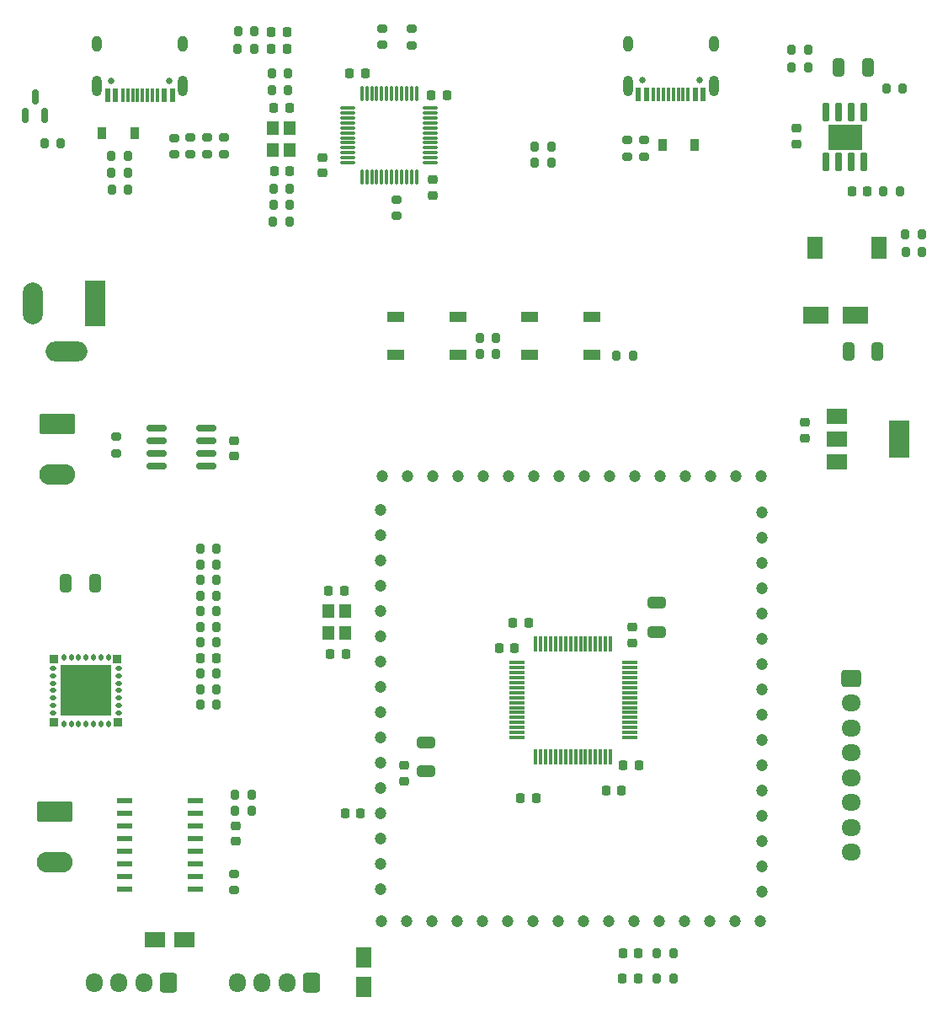
<source format=gts>
G04 #@! TF.GenerationSoftware,KiCad,Pcbnew,(6.0.0)*
G04 #@! TF.CreationDate,2022-08-31T12:15:39-03:00*
G04 #@! TF.ProjectId,PCBMestrado_v1,5043424d-6573-4747-9261-646f5f76312e,rev?*
G04 #@! TF.SameCoordinates,Original*
G04 #@! TF.FileFunction,Soldermask,Top*
G04 #@! TF.FilePolarity,Negative*
%FSLAX46Y46*%
G04 Gerber Fmt 4.6, Leading zero omitted, Abs format (unit mm)*
G04 Created by KiCad (PCBNEW (6.0.0)) date 2022-08-31 12:15:39*
%MOMM*%
%LPD*%
G01*
G04 APERTURE LIST*
G04 Aperture macros list*
%AMRoundRect*
0 Rectangle with rounded corners*
0 $1 Rounding radius*
0 $2 $3 $4 $5 $6 $7 $8 $9 X,Y pos of 4 corners*
0 Add a 4 corners polygon primitive as box body*
4,1,4,$2,$3,$4,$5,$6,$7,$8,$9,$2,$3,0*
0 Add four circle primitives for the rounded corners*
1,1,$1+$1,$2,$3*
1,1,$1+$1,$4,$5*
1,1,$1+$1,$6,$7*
1,1,$1+$1,$8,$9*
0 Add four rect primitives between the rounded corners*
20,1,$1+$1,$2,$3,$4,$5,0*
20,1,$1+$1,$4,$5,$6,$7,0*
20,1,$1+$1,$6,$7,$8,$9,0*
20,1,$1+$1,$8,$9,$2,$3,0*%
%AMFreePoly0*
4,1,6,1.000000,0.000000,0.500000,-0.750000,-0.500000,-0.750000,-0.500000,0.750000,0.500000,0.750000,1.000000,0.000000,1.000000,0.000000,$1*%
G04 Aperture macros list end*
%ADD10RoundRect,0.200000X-0.200000X-0.275000X0.200000X-0.275000X0.200000X0.275000X-0.200000X0.275000X0*%
%ADD11R,1.700000X1.000000*%
%ADD12RoundRect,0.225000X-0.225000X-0.250000X0.225000X-0.250000X0.225000X0.250000X-0.225000X0.250000X0*%
%ADD13RoundRect,0.250000X-0.725000X0.600000X-0.725000X-0.600000X0.725000X-0.600000X0.725000X0.600000X0*%
%ADD14O,1.950000X1.700000*%
%ADD15RoundRect,0.200000X0.275000X-0.200000X0.275000X0.200000X-0.275000X0.200000X-0.275000X-0.200000X0*%
%ADD16RoundRect,0.150000X0.150000X-0.587500X0.150000X0.587500X-0.150000X0.587500X-0.150000X-0.587500X0*%
%ADD17RoundRect,0.225000X-0.225000X-0.225000X0.225000X-0.225000X0.225000X0.225000X-0.225000X0.225000X0*%
%ADD18RoundRect,0.120000X-0.180000X-0.120000X0.180000X-0.120000X0.180000X0.120000X-0.180000X0.120000X0*%
%ADD19RoundRect,0.120000X0.120000X-0.180000X0.120000X0.180000X-0.120000X0.180000X-0.120000X-0.180000X0*%
%ADD20RoundRect,0.225000X0.225000X-0.225000X0.225000X0.225000X-0.225000X0.225000X-0.225000X-0.225000X0*%
%ADD21RoundRect,0.120000X0.180000X0.120000X-0.180000X0.120000X-0.180000X-0.120000X0.180000X-0.120000X0*%
%ADD22RoundRect,0.225000X0.225000X0.225000X-0.225000X0.225000X-0.225000X-0.225000X0.225000X-0.225000X0*%
%ADD23RoundRect,0.120000X-0.120000X0.180000X-0.120000X-0.180000X0.120000X-0.180000X0.120000X0.180000X0*%
%ADD24R,5.200000X5.200000*%
%ADD25C,0.650000*%
%ADD26R,0.600000X1.450000*%
%ADD27R,0.300000X1.450000*%
%ADD28O,1.000000X1.600000*%
%ADD29O,1.000000X2.100000*%
%ADD30RoundRect,0.225000X0.250000X-0.225000X0.250000X0.225000X-0.250000X0.225000X-0.250000X-0.225000X0*%
%ADD31R,1.500000X0.600000*%
%ADD32RoundRect,0.225000X0.225000X0.250000X-0.225000X0.250000X-0.225000X-0.250000X0.225000X-0.250000X0*%
%ADD33RoundRect,0.200000X0.200000X0.275000X-0.200000X0.275000X-0.200000X-0.275000X0.200000X-0.275000X0*%
%ADD34RoundRect,0.200000X-0.275000X0.200000X-0.275000X-0.200000X0.275000X-0.200000X0.275000X0.200000X0*%
%ADD35C,1.200000*%
%ADD36RoundRect,0.075000X-0.700000X-0.075000X0.700000X-0.075000X0.700000X0.075000X-0.700000X0.075000X0*%
%ADD37RoundRect,0.075000X-0.075000X-0.700000X0.075000X-0.700000X0.075000X0.700000X-0.075000X0.700000X0*%
%ADD38R,1.500000X2.200000*%
%ADD39RoundRect,0.225000X-0.250000X0.225000X-0.250000X-0.225000X0.250000X-0.225000X0.250000X0.225000X0*%
%ADD40R,1.500000X1.500000*%
%ADD41FreePoly0,90.000000*%
%ADD42FreePoly0,270.000000*%
%ADD43FreePoly0,0.000000*%
%ADD44FreePoly0,180.000000*%
%ADD45RoundRect,0.218750X0.218750X0.256250X-0.218750X0.256250X-0.218750X-0.256250X0.218750X-0.256250X0*%
%ADD46RoundRect,0.250000X0.600000X0.725000X-0.600000X0.725000X-0.600000X-0.725000X0.600000X-0.725000X0*%
%ADD47O,1.700000X1.950000*%
%ADD48RoundRect,0.150000X0.825000X0.150000X-0.825000X0.150000X-0.825000X-0.150000X0.825000X-0.150000X0*%
%ADD49RoundRect,0.218750X-0.218750X-0.256250X0.218750X-0.256250X0.218750X0.256250X-0.218750X0.256250X0*%
%ADD50RoundRect,0.250000X0.650000X-0.325000X0.650000X0.325000X-0.650000X0.325000X-0.650000X-0.325000X0*%
%ADD51R,0.900000X1.200000*%
%ADD52RoundRect,0.250000X-0.325000X-0.650000X0.325000X-0.650000X0.325000X0.650000X-0.325000X0.650000X0*%
%ADD53RoundRect,0.249999X-1.550001X0.790001X-1.550001X-0.790001X1.550001X-0.790001X1.550001X0.790001X0*%
%ADD54O,3.600000X2.080000*%
%ADD55R,1.200000X1.400000*%
%ADD56RoundRect,0.250000X0.325000X0.650000X-0.325000X0.650000X-0.325000X-0.650000X0.325000X-0.650000X0*%
%ADD57R,2.000000X1.500000*%
%ADD58R,2.000000X3.800000*%
%ADD59R,2.500000X1.800000*%
%ADD60R,2.000000X4.600000*%
%ADD61O,2.000000X4.200000*%
%ADD62O,4.200000X2.000000*%
%ADD63RoundRect,0.075000X-0.662500X-0.075000X0.662500X-0.075000X0.662500X0.075000X-0.662500X0.075000X0*%
%ADD64RoundRect,0.075000X-0.075000X-0.662500X0.075000X-0.662500X0.075000X0.662500X-0.075000X0.662500X0*%
%ADD65RoundRect,0.150000X0.150000X-0.820000X0.150000X0.820000X-0.150000X0.820000X-0.150000X-0.820000X0*%
%ADD66R,3.510000X2.620000*%
G04 APERTURE END LIST*
D10*
X124625600Y-104932480D03*
X126275600Y-104932480D03*
D11*
X164033600Y-81589800D03*
X157733600Y-81589800D03*
X164033600Y-85389800D03*
X157733600Y-85389800D03*
D12*
X132038500Y-60651200D03*
X133588500Y-60651200D03*
D13*
X190119000Y-117914400D03*
D14*
X190119000Y-120414400D03*
X190119000Y-122914400D03*
X190119000Y-125414400D03*
X190119000Y-127914400D03*
X190119000Y-130414400D03*
X190119000Y-132914400D03*
X190119000Y-135414400D03*
D15*
X169291000Y-65518800D03*
X169291000Y-63868800D03*
D16*
X107076200Y-61414900D03*
X108976200Y-61414900D03*
X108026200Y-59539900D03*
D17*
X109956600Y-115948200D03*
D18*
X109806600Y-116905700D03*
X109806600Y-117653200D03*
X109806600Y-118400700D03*
X109806600Y-119148200D03*
X109806600Y-119895700D03*
X109806600Y-120643200D03*
X109806600Y-121390700D03*
D17*
X109956600Y-122348200D03*
D19*
X110914900Y-122504200D03*
X111662400Y-122504200D03*
X112409900Y-122504200D03*
X113157400Y-122504200D03*
X113904900Y-122504200D03*
X114652400Y-122504200D03*
X115399900Y-122504200D03*
D20*
X116357400Y-122351800D03*
D21*
X116431200Y-121390700D03*
X116431200Y-120643200D03*
X116431200Y-119895700D03*
X116431200Y-119148200D03*
X116431200Y-118400700D03*
X116431200Y-117653200D03*
X116431200Y-116905700D03*
D22*
X116281200Y-115951000D03*
D23*
X115399900Y-115798600D03*
X114652400Y-115798600D03*
X113904900Y-115798600D03*
X113157400Y-115798600D03*
X112409900Y-115798600D03*
X111662400Y-115798600D03*
X110914900Y-115798600D03*
D24*
X113131600Y-119151400D03*
D25*
X174848000Y-57843800D03*
X169068000Y-57843800D03*
D26*
X175208000Y-59288800D03*
X174408000Y-59288800D03*
D27*
X173208000Y-59288800D03*
X172208000Y-59288800D03*
X171708000Y-59288800D03*
X170708000Y-59288800D03*
D26*
X169508000Y-59288800D03*
X168708000Y-59288800D03*
X168708000Y-59288800D03*
X169508000Y-59288800D03*
D27*
X170208000Y-59288800D03*
X171208000Y-59288800D03*
X172708000Y-59288800D03*
X173708000Y-59288800D03*
D26*
X174408000Y-59288800D03*
X175208000Y-59288800D03*
D28*
X167638000Y-54193800D03*
D29*
X167638000Y-58373800D03*
D28*
X176278000Y-54193800D03*
D29*
X176278000Y-58373800D03*
D10*
X195567800Y-75107800D03*
X197217800Y-75107800D03*
D30*
X168075800Y-114354800D03*
X168075800Y-112804800D03*
D31*
X117049200Y-130225800D03*
X117049200Y-131495800D03*
X117049200Y-132765800D03*
X117049200Y-134035800D03*
X117049200Y-135305800D03*
X117049200Y-136575800D03*
X117049200Y-137845800D03*
X117049200Y-139115800D03*
X124149200Y-139115800D03*
X124149200Y-137845800D03*
X124149200Y-136575800D03*
X124149200Y-135305800D03*
X124149200Y-134035800D03*
X124149200Y-132765800D03*
X124149200Y-131495800D03*
X124149200Y-130225800D03*
D15*
X125323600Y-65239400D03*
X125323600Y-63589400D03*
D32*
X158411400Y-129986400D03*
X156861400Y-129986400D03*
D33*
X133641600Y-68757800D03*
X131991600Y-68757800D03*
D10*
X131991600Y-70358000D03*
X133641600Y-70358000D03*
D15*
X127000000Y-65264800D03*
X127000000Y-63614800D03*
D34*
X116205000Y-93637600D03*
X116205000Y-95287600D03*
D35*
X142732200Y-101000800D03*
D36*
X156457200Y-116355800D03*
D35*
X142732200Y-103540800D03*
D36*
X156457200Y-116855800D03*
X156457200Y-117355800D03*
D35*
X142732200Y-106080800D03*
D36*
X156457200Y-117855800D03*
D35*
X142732200Y-108620800D03*
D36*
X156457200Y-118355800D03*
D35*
X142732200Y-111160800D03*
D36*
X156457200Y-118855800D03*
D35*
X142732200Y-113700800D03*
D36*
X156457200Y-119355800D03*
D35*
X142732200Y-116240800D03*
X142732200Y-118780800D03*
D36*
X156457200Y-119855800D03*
D35*
X142732200Y-121320800D03*
D36*
X156457200Y-120355800D03*
D35*
X142732200Y-123860800D03*
D36*
X156457200Y-120855800D03*
D35*
X142732200Y-126400800D03*
D36*
X156457200Y-121355800D03*
D35*
X142732200Y-128940800D03*
D36*
X156457200Y-121855800D03*
D35*
X142732200Y-131480800D03*
D36*
X156457200Y-122355800D03*
X156457200Y-122855800D03*
D35*
X142732200Y-134020800D03*
X142732200Y-136560800D03*
D36*
X156457200Y-123355800D03*
X156457200Y-123855800D03*
D35*
X142732200Y-139100800D03*
X142887200Y-142355800D03*
D37*
X158382200Y-125780800D03*
X158882200Y-125780800D03*
D35*
X145427200Y-142355800D03*
D37*
X159382200Y-125780800D03*
D35*
X147967200Y-142355800D03*
X150507200Y-142355800D03*
D37*
X159882200Y-125780800D03*
X160382200Y-125780800D03*
D35*
X153047200Y-142355800D03*
D37*
X160882200Y-125780800D03*
D35*
X155587200Y-142355800D03*
D37*
X161382200Y-125780800D03*
D35*
X158127200Y-142355800D03*
X160667200Y-142355800D03*
D37*
X161882200Y-125780800D03*
X162382200Y-125780800D03*
D35*
X163207200Y-142355800D03*
X165747200Y-142355800D03*
D37*
X162882200Y-125780800D03*
X163382200Y-125780800D03*
D35*
X168287200Y-142355800D03*
D37*
X163882200Y-125780800D03*
D35*
X170827200Y-142355800D03*
X173367200Y-142355800D03*
D37*
X164382200Y-125780800D03*
D35*
X175907200Y-142355800D03*
D37*
X164882200Y-125780800D03*
D35*
X178447200Y-142355800D03*
D37*
X165382200Y-125780800D03*
D35*
X180987200Y-142355800D03*
D37*
X165882200Y-125780800D03*
D35*
X181132200Y-139350800D03*
D36*
X167807200Y-123855800D03*
D35*
X181132200Y-136810800D03*
D36*
X167807200Y-123355800D03*
D35*
X181132200Y-134270800D03*
D36*
X167807200Y-122855800D03*
D35*
X181132200Y-131730800D03*
D36*
X167807200Y-122355800D03*
X167807200Y-121855800D03*
D35*
X181132200Y-129190800D03*
D36*
X167807200Y-121355800D03*
D35*
X181132200Y-126650800D03*
D36*
X167807200Y-120855800D03*
D35*
X181132200Y-124110800D03*
D36*
X167807200Y-120355800D03*
D35*
X181132200Y-121570800D03*
X181132200Y-119030800D03*
D36*
X167807200Y-119855800D03*
X167807200Y-119355800D03*
D35*
X181132200Y-116490800D03*
D36*
X167807200Y-118855800D03*
D35*
X181132200Y-113950800D03*
D36*
X167807200Y-118355800D03*
D35*
X181132200Y-111410800D03*
X181132200Y-108870800D03*
D36*
X167807200Y-117855800D03*
X167807200Y-117355800D03*
D35*
X181132200Y-106330800D03*
X181132200Y-103790800D03*
D36*
X167807200Y-116855800D03*
X167807200Y-116355800D03*
D35*
X181132200Y-101250800D03*
D37*
X165882200Y-114430800D03*
D35*
X181037200Y-97605800D03*
X178497200Y-97605800D03*
D37*
X165382200Y-114430800D03*
X164882200Y-114430800D03*
D35*
X175957200Y-97605800D03*
D37*
X164382200Y-114430800D03*
D35*
X173417200Y-97605800D03*
X170877200Y-97605800D03*
D37*
X163882200Y-114430800D03*
D35*
X168337200Y-97605800D03*
D37*
X163382200Y-114430800D03*
X162882200Y-114430800D03*
D35*
X165797200Y-97605800D03*
D37*
X162382200Y-114430800D03*
D35*
X163257200Y-97605800D03*
D37*
X161882200Y-114430800D03*
D35*
X160717200Y-97605800D03*
D37*
X161382200Y-114430800D03*
D35*
X158177200Y-97605800D03*
D37*
X160882200Y-114430800D03*
D35*
X155637200Y-97605800D03*
D37*
X160382200Y-114430800D03*
D35*
X153097200Y-97605800D03*
D37*
X159882200Y-114430800D03*
D35*
X150557200Y-97605800D03*
D37*
X159382200Y-114430800D03*
D35*
X148017200Y-97605800D03*
X145477200Y-97605800D03*
D37*
X158882200Y-114430800D03*
D35*
X142937200Y-97605800D03*
D37*
X158382200Y-114430800D03*
D33*
X129806200Y-131216400D03*
X128156200Y-131216400D03*
D38*
X186487200Y-74650600D03*
X192887200Y-74650600D03*
D39*
X136906000Y-65620600D03*
X136906000Y-67170600D03*
D10*
X158306000Y-64490600D03*
X159956000Y-64490600D03*
D32*
X156277800Y-114898800D03*
X154727800Y-114898800D03*
D11*
X150571600Y-85389800D03*
X144271600Y-85389800D03*
X150571600Y-81589800D03*
X144271600Y-81589800D03*
D34*
X142928900Y-52646000D03*
X142928900Y-54296000D03*
D10*
X124625600Y-120578880D03*
X126275600Y-120578880D03*
X124625600Y-109626400D03*
X126275600Y-109626400D03*
X131813800Y-57175400D03*
X133463800Y-57175400D03*
D33*
X185762400Y-54737000D03*
X184112400Y-54737000D03*
D40*
X141071600Y-146247000D03*
X141071600Y-148647000D03*
D41*
X141071600Y-149447000D03*
D42*
X141071600Y-145447000D03*
D40*
X122758200Y-144221200D03*
X120358200Y-144221200D03*
D43*
X119558200Y-144221200D03*
D44*
X123558200Y-144221200D03*
D10*
X124625600Y-119014240D03*
X126275600Y-119014240D03*
D45*
X168681500Y-148056600D03*
X167106500Y-148056600D03*
D46*
X135839200Y-148513800D03*
D47*
X133339200Y-148513800D03*
X130839200Y-148513800D03*
X128339200Y-148513800D03*
D45*
X133375500Y-52959000D03*
X131800500Y-52959000D03*
D12*
X167199200Y-126633600D03*
X168749200Y-126633600D03*
D33*
X172236400Y-148056600D03*
X170586400Y-148056600D03*
D48*
X125207800Y-96570800D03*
X125207800Y-95300800D03*
X125207800Y-94030800D03*
X125207800Y-92760800D03*
X120257800Y-92760800D03*
X120257800Y-94030800D03*
X120257800Y-95300800D03*
X120257800Y-96570800D03*
D49*
X139191900Y-131495800D03*
X140766900Y-131495800D03*
D33*
X154393400Y-85369400D03*
X152743400Y-85369400D03*
X195300600Y-58648600D03*
X193650600Y-58648600D03*
D32*
X133639300Y-66975800D03*
X132089300Y-66975800D03*
D10*
X158306000Y-66141600D03*
X159956000Y-66141600D03*
D34*
X128016000Y-137554200D03*
X128016000Y-139204200D03*
D39*
X128041400Y-94056200D03*
X128041400Y-95606200D03*
D30*
X185420000Y-93764400D03*
X185420000Y-92214400D03*
D33*
X194982600Y-68986400D03*
X193332600Y-68986400D03*
D12*
X147891200Y-59309000D03*
X149441200Y-59309000D03*
X139661600Y-57175400D03*
X141211600Y-57175400D03*
D33*
X172236400Y-145546600D03*
X170586400Y-145546600D03*
D10*
X115684800Y-65430400D03*
X117334800Y-65430400D03*
D50*
X170565000Y-113275000D03*
X170565000Y-110325000D03*
D10*
X124625600Y-112755680D03*
X126275600Y-112755680D03*
X131813800Y-58826400D03*
X133463800Y-58826400D03*
D51*
X118083600Y-63195200D03*
X114783600Y-63195200D03*
D50*
X147370800Y-127281200D03*
X147370800Y-124331200D03*
D52*
X188847200Y-56565800D03*
X191797200Y-56565800D03*
D10*
X124625600Y-108061760D03*
X126275600Y-108061760D03*
X166484800Y-85471000D03*
X168134800Y-85471000D03*
D30*
X145135600Y-128232200D03*
X145135600Y-126682200D03*
D10*
X128435600Y-52933600D03*
X130085600Y-52933600D03*
D49*
X131800500Y-54711600D03*
X133375500Y-54711600D03*
D32*
X139261600Y-115492800D03*
X137711600Y-115492800D03*
D33*
X117360200Y-67157600D03*
X115710200Y-67157600D03*
D10*
X124625600Y-106497120D03*
X126275600Y-106497120D03*
D15*
X123621800Y-65264800D03*
X123621800Y-63614800D03*
X167614600Y-65493400D03*
X167614600Y-63843400D03*
D10*
X124625600Y-117449600D03*
X126275600Y-117449600D03*
D33*
X133616200Y-72009000D03*
X131966200Y-72009000D03*
D15*
X122021600Y-65277000D03*
X122021600Y-63627000D03*
D12*
X137559200Y-109142800D03*
X139109200Y-109142800D03*
D34*
X145875300Y-52671400D03*
X145875300Y-54321400D03*
D53*
X110236000Y-92329000D03*
D54*
X110236000Y-97409000D03*
D33*
X110629200Y-64211200D03*
X108979200Y-64211200D03*
D55*
X133663500Y-64875400D03*
X131963500Y-62675400D03*
X133663500Y-62675400D03*
X131963500Y-64875400D03*
D10*
X152756600Y-83718400D03*
X154406600Y-83718400D03*
D12*
X190169800Y-68986400D03*
X191719800Y-68986400D03*
D56*
X192762400Y-85115400D03*
X189812400Y-85115400D03*
D55*
X137546800Y-111149400D03*
X139246800Y-113349400D03*
X137546800Y-113349400D03*
X139246800Y-111149400D03*
D57*
X188645400Y-91578400D03*
D58*
X194945400Y-93878400D03*
D57*
X188645400Y-93878400D03*
X188645400Y-96178400D03*
D10*
X124625600Y-114320320D03*
X126275600Y-114320320D03*
D12*
X165472000Y-129173600D03*
X167022000Y-129173600D03*
D39*
X148005800Y-67830400D03*
X148005800Y-69380400D03*
D33*
X185762400Y-56565800D03*
X184112400Y-56565800D03*
D32*
X157649400Y-112358800D03*
X156099400Y-112358800D03*
D25*
X121482600Y-57869200D03*
X115702600Y-57869200D03*
D26*
X121842600Y-59314200D03*
X121042600Y-59314200D03*
D27*
X119842600Y-59314200D03*
X118842600Y-59314200D03*
X118342600Y-59314200D03*
X117342600Y-59314200D03*
D26*
X116142600Y-59314200D03*
X115342600Y-59314200D03*
X115342600Y-59314200D03*
X116142600Y-59314200D03*
D27*
X116842600Y-59314200D03*
X117842600Y-59314200D03*
X119342600Y-59314200D03*
X120342600Y-59314200D03*
D26*
X121042600Y-59314200D03*
X121842600Y-59314200D03*
D29*
X114272600Y-58399200D03*
D28*
X122912600Y-54219200D03*
D29*
X122912600Y-58399200D03*
D28*
X114272600Y-54219200D03*
D45*
X168706900Y-145546600D03*
X167131900Y-145546600D03*
D30*
X128193800Y-134302800D03*
X128193800Y-132752800D03*
D32*
X126225600Y-115884960D03*
X124675600Y-115884960D03*
D59*
X186544200Y-81483200D03*
X190544200Y-81483200D03*
D10*
X128384800Y-54711600D03*
X130034800Y-54711600D03*
D51*
X171095400Y-64363600D03*
X174395400Y-64363600D03*
D60*
X114096800Y-80249000D03*
D61*
X107796800Y-80249000D03*
D62*
X111196800Y-85049000D03*
D53*
X109974900Y-131343400D03*
D54*
X109974900Y-136423400D03*
D39*
X184581800Y-62674200D03*
X184581800Y-64224200D03*
D46*
X121462800Y-148513800D03*
D47*
X118962800Y-148513800D03*
X116462800Y-148513800D03*
X113962800Y-148513800D03*
D33*
X126275600Y-111191040D03*
X124625600Y-111191040D03*
D56*
X114047800Y-108407200D03*
X111097800Y-108407200D03*
D10*
X128156200Y-129641600D03*
X129806200Y-129641600D03*
D15*
X144424400Y-71487800D03*
X144424400Y-69837800D03*
D33*
X117385600Y-68808600D03*
X115735600Y-68808600D03*
D63*
X139474500Y-60623000D03*
X139474500Y-61123000D03*
X139474500Y-61623000D03*
X139474500Y-62123000D03*
X139474500Y-62623000D03*
X139474500Y-63123000D03*
X139474500Y-63623000D03*
X139474500Y-64123000D03*
X139474500Y-64623000D03*
X139474500Y-65123000D03*
X139474500Y-65623000D03*
X139474500Y-66123000D03*
D64*
X140887000Y-67535500D03*
X141387000Y-67535500D03*
X141887000Y-67535500D03*
X142387000Y-67535500D03*
X142887000Y-67535500D03*
X143387000Y-67535500D03*
X143887000Y-67535500D03*
X144387000Y-67535500D03*
X144887000Y-67535500D03*
X145387000Y-67535500D03*
X145887000Y-67535500D03*
X146387000Y-67535500D03*
D63*
X147799500Y-66123000D03*
X147799500Y-65623000D03*
X147799500Y-65123000D03*
X147799500Y-64623000D03*
X147799500Y-64123000D03*
X147799500Y-63623000D03*
X147799500Y-63123000D03*
X147799500Y-62623000D03*
X147799500Y-62123000D03*
X147799500Y-61623000D03*
X147799500Y-61123000D03*
X147799500Y-60623000D03*
D64*
X146387000Y-59210500D03*
X145887000Y-59210500D03*
X145387000Y-59210500D03*
X144887000Y-59210500D03*
X144387000Y-59210500D03*
X143887000Y-59210500D03*
X143387000Y-59210500D03*
X142887000Y-59210500D03*
X142387000Y-59210500D03*
X141887000Y-59210500D03*
X141387000Y-59210500D03*
X140887000Y-59210500D03*
D33*
X197192400Y-73304400D03*
X195542400Y-73304400D03*
D65*
X187604400Y-66030800D03*
X188874400Y-66030800D03*
X190144400Y-66030800D03*
X191414400Y-66030800D03*
X191414400Y-61070800D03*
X190144400Y-61070800D03*
X188874400Y-61070800D03*
X187604400Y-61070800D03*
D66*
X189509400Y-63550800D03*
M02*

</source>
